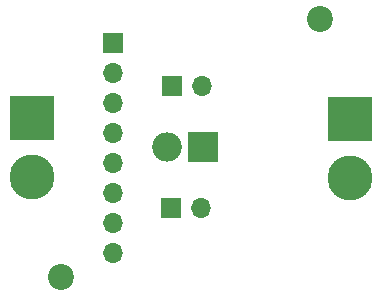
<source format=gbr>
%TF.GenerationSoftware,KiCad,Pcbnew,(7.0.0)*%
%TF.CreationDate,2023-11-14T12:36:05+01:00*%
%TF.ProjectId,Helios_PCB_female,48656c69-6f73-45f5-9043-425f66656d61,rev?*%
%TF.SameCoordinates,Original*%
%TF.FileFunction,Soldermask,Top*%
%TF.FilePolarity,Negative*%
%FSLAX46Y46*%
G04 Gerber Fmt 4.6, Leading zero omitted, Abs format (unit mm)*
G04 Created by KiCad (PCBNEW (7.0.0)) date 2023-11-14 12:36:05*
%MOMM*%
%LPD*%
G01*
G04 APERTURE LIST*
%ADD10C,2.200000*%
%ADD11R,3.800000X3.800000*%
%ADD12C,3.800000*%
%ADD13R,1.700000X1.700000*%
%ADD14O,1.700000X1.700000*%
%ADD15R,2.500000X2.500000*%
%ADD16O,2.500000X2.500000*%
G04 APERTURE END LIST*
D10*
%TO.C,H1*%
X94000000Y-100900000D03*
%TD*%
D11*
%TO.C,J1*%
X118499999Y-87499999D03*
D12*
X118500000Y-92500000D03*
%TD*%
D10*
%TO.C,H2*%
X115900000Y-79100000D03*
%TD*%
D11*
%TO.C,J3*%
X91499999Y-87474999D03*
D12*
X91500000Y-92475000D03*
%TD*%
D13*
%TO.C,J4*%
X103372999Y-84708999D03*
D14*
X105912999Y-84708999D03*
%TD*%
D13*
%TO.C,J7*%
X103304999Y-95059999D03*
D14*
X105844999Y-95059999D03*
%TD*%
D13*
%TO.C,MPU1*%
X98379999Y-81105399D03*
D14*
X98379999Y-83645399D03*
X98379999Y-86185399D03*
X98379999Y-88725399D03*
X98379999Y-91265399D03*
X98379999Y-93805399D03*
X98379999Y-96345399D03*
X98379999Y-98885399D03*
%TD*%
D15*
%TO.C,J2*%
X105999999Y-89872199D03*
D16*
X102999999Y-89872199D03*
%TD*%
M02*

</source>
